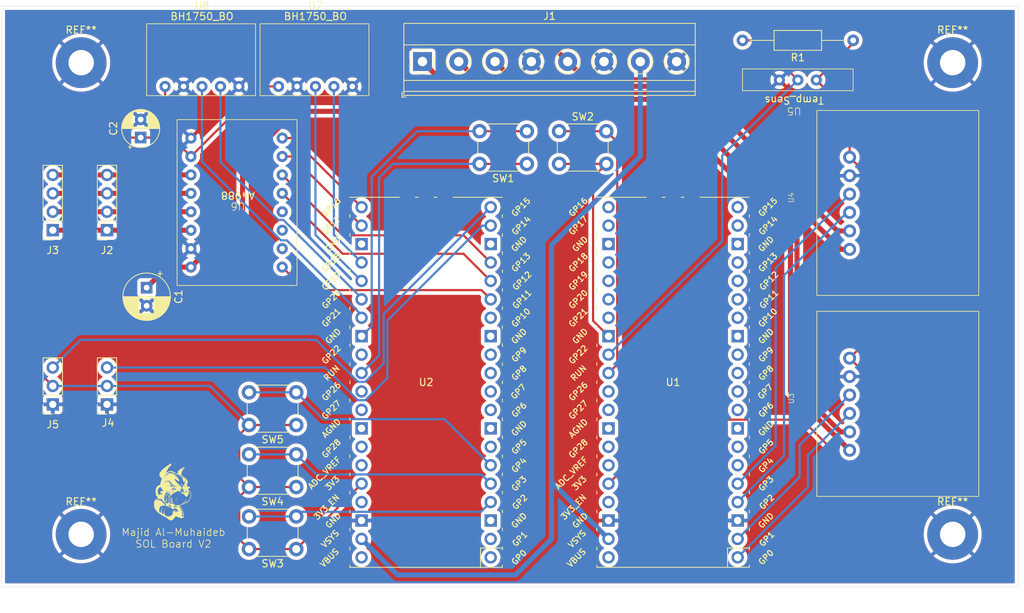
<source format=kicad_pcb>
(kicad_pcb (version 20240108) (generator "pcbnew") (generator_version "8.0")
  (title_block (title "SOL PCB") (date "2024-04-23") (rev "1"))
  (layers (0 "F.Cu" signal) (31 "B.Cu" signal) (34 "B.Paste" user) (35 "F.Paste" user) (36 "B.SilkS" user "B.Silkscreen") (37 "F.SilkS" user "F.Silkscreen") (38 "B.Mask" user) (39 "F.Mask" user) (44 "Edge.Cuts" user))
  (net 0 "")
  (net 1 "VCC")
  (net 2 "GND")
  (net 3 "3.3V_C")
  (net 4 "Vin_P-")
  (net 5 "Load+")
  (net 6 "Vin_P+")
  (net 7 "5V")
  (net 8 "Net-(J2-Pin_1)")
  (net 9 "Net-(J2-Pin_4)")
  (net 10 "Net-(J2-Pin_2)")
  (net 11 "Net-(J2-Pin_3)")
  (net 12 "Net-(J4-Pin_3)")
  (net 13 "Net-(J5-Pin_3)")
  (net 14 "3.3V_M")
  (net 15 "Net-(U1-GPIO22)")
  (net 16 "Net-(U2-RUN)")
  (net 17 "Net-(U1-RUN)")
  (net 18 "Net-(SW2-Pad2)")
  (net 19 "Net-(U2-GPIO2)")
  (net 20 "Net-(U2-GPIO3)")
  (net 21 "Net-(U2-GPIO4)")
  (net 27 "Net-(U1-GPIO2)")
  (net 35 "Net-(U1-GPIO3)")
  (net 40 "Net-(U1-GPIO1)")
  (net 50 "Net-(U1-GPIO0)")
  (net 56 "Net-(U2-GPIO13)")
  (net 59 "Net-(U2-GPIO19)")
  (net 62 "Net-(U2-GPIO17)")
  (net 65 "Net-(U2-GPIO12)")
  (net 66 "Net-(U2-GPIO21)")
  (net 67 "Net-(U2-GPIO16)")
  (net 68 "Net-(U2-GPIO20)")
  (net 71 "Net-(U2-GPIO18)")
  (net 73 "Net-(U2-GPIO11)")
  (net 88 "Net-(SW1-Pad2)")
  (footprint "Connector_PinSocket_2.54mm:PinSocket_1x04_P2.54mm_Vertical" (layer "F.Cu") (at 83.211 88.011 180)
    (property "Reference" "J3" (at 0 -2.77 180) (layer "F.SilkS"))
    (property "Value" "Motor Wires")
    (pad "1" thru_hole rect (at 0 0 180) (size 1.7 1.7) (drill 1) (layers "*.Cu" "*.Mask") (net 8 "Net-(J2-Pin_1)"))
    (pad "2" thru_hole oval (at 0 2.54 180) (size 1.7 1.7) (drill 1) (layers "*.Cu" "*.Mask") (net 10 "Net-(J2-Pin_2)"))
    (pad "3" thru_hole oval (at 0 5.08 180) (size 1.7 1.7) (drill 1) (layers "*.Cu" "*.Mask") (net 11 "Net-(J2-Pin_3)"))
    (pad "4" thru_hole oval (at 0 7.62 180) (size 1.7 1.7) (drill 1) (layers "*.Cu" "*.Mask") (net 9 "Net-(J2-Pin_4)"))
  )
  (footprint "SOL:BH1750" (layer "F.Cu") (at 111.76 69.469)
    (property "Reference" "U7" (at 7.62 -12.422 0) (layer "F.SilkS") (effects (font (thickness 0.1))))
    (property "Value" "BH1750_BO" (at 7.62 -10.922 0) (layer "F.SilkS"))
    (pad "1" thru_hole circle (at 2.54 -1.27) (size 1.524 1.524) (drill 0.762) (layers "*.Cu" "*.Mask") (net 3 "3.3V_C"))
    (pad "2" thru_hole circle (at 5.08 -1.27) (size 1.524 1.524) (drill 0.762) (layers "*.Cu" "*.Mask") (net 2 "GND"))
    (pad "3" thru_hole circle (at 7.62 -1.27) (size 1.524 1.524) (drill 0.762) (layers "*.Cu" "*.Mask") (net 59 "Net-(U2-GPIO19)"))
    (pad "4" thru_hole circle (at 10.16 -1.27) (size 1.524 1.524) (drill 0.762) (layers "*.Cu" "*.Mask") (net 71 "Net-(U2-GPIO18)"))
    (pad "5" thru_hole circle (at 12.7 -1.27) (size 1.524 1.524) (drill 0.762) (layers "*.Cu" "*.Mask") (net 2 "GND"))
  )
  (footprint "Adafruit_INA219_CurPowerMonitor:INA219_Breakout" (layer "F.Cu") (at 196.744 124.6895 90)
    (property "Reference" "U3" (at 12.7 -11.43 90) (layer "F.SilkS") (effects (font (size 0.73152 0.73152) (thickness 0.08128)) (justify left bottom)))
    (property "Value" "INA219")
    (pad "1" thru_hole circle (at 6.35 -3.81 180) (size 1.778 1.778) (drill 1) (layers "*.Cu" "*.Mask") (net 6 "Vin_P+"))
    (pad "2" thru_hole circle (at 8.89 -3.81 180) (size 1.778 1.778) (drill 1) (layers "*.Cu" "*.Mask") (net 4 "Vin_P-"))
    (pad "3" thru_hole circle (at 11.43 -3.81 180) (size 1.778 1.778) (drill 1) (layers "*.Cu" "*.Mask") (net 50 "Net-(U1-GPIO0)"))
    (pad "4" thru_hole circle (at 13.97 -3.81 180) (size 1.778 1.778) (drill 1) (layers "*.Cu" "*.Mask") (net 40 "Net-(U1-GPIO1)"))
    (pad "5" thru_hole circle (at 16.51 -3.81 180) (size 1.778 1.778) (drill 1) (layers "*.Cu" "*.Mask") (net 2 "GND"))
    (pad "6" thru_hole circle (at 19.05 -3.81 180) (size 1.778 1.778) (drill 1) (layers "*.Cu" "*.Mask") (net 14 "3.3V_M"))
  )
  (footprint "Button_Switch_THT:SW_PUSH_6mm_H4.3mm" (layer "F.Cu") (at 116.736 123.403 180)
    (property "Reference" "SW4" (at 3.25 -2 180) (layer "F.SilkS"))
    (property "Value" "Motor")
    (pad "1" thru_hole circle (at 0 0 270) (size 2 2) (drill 1.1) (layers "*.Cu" "*.Mask") (net 3 "3.3V_C"))
    (pad "1" thru_hole circle (at 6.5 0 270) (size 2 2) (drill 1.1) (layers "*.Cu" "*.Mask") (net 3 "3.3V_C"))
    (pad "2" thru_hole circle (at 0 4.5 270) (size 2 2) (drill 1.1) (layers "*.Cu" "*.Mask") (net 20 "Net-(U2-GPIO3)"))
    (pad "2" thru_hole circle (at 6.5 4.5 270) (size 2 2) (drill 1.1) (layers "*.Cu" "*.Mask") (net 20 "Net-(U2-GPIO3)"))
  )
  (footprint "SOL:Temp_Sensor" (layer "F.Cu") (at 193.421 65.786 180)
    (property "Reference" "U5" (at 8.128 -5.818 180) (layer "F.SilkS") (effects (font (thickness 0.1))))
    (property "Value" "Temp_Sens" (at 8.128 -4.318 180) (layer "F.SilkS"))
    (pad "1" thru_hole circle (at 5.08 -1.524 180) (size 1.524 1.524) (drill 0.762) (layers "*.Cu" "*.Mask") (net 14 "3.3V_M"))
    (pad "2" thru_hole circle (at 7.62 -1.524 180) (size 1.524 1.524) (drill 0.762) (layers "*.Cu" "*.Mask") (net 15 "Net-(U1-GPIO22)"))
    (pad "3" thru_hole circle (at 10.16 -1.524 180) (size 1.524 1.524) (drill 0.762) (layers "*.Cu" "*.Mask") (net 2 "GND"))
  )
  (footprint "MountingHole:MountingHole_3.5mm_Pad" (layer "F.Cu") (at 207.122 64.921)
    (property "Reference" "REF**" (at 0 -4.5 0) (layer "F.SilkS"))
    (property "Value" "MountingHole_3.5mm_Pad")
    (pad "1" thru_hole circle (at 0 0) (size 7 7) (drill 3.5) (layers "*.Cu" "*.Mask") (net 2 "GND"))
  )
  (footprint "SOL:BH1750" (layer "F.Cu") (at 96.139 69.469)
    (property "Reference" "U8" (at 7.62 -12.422 0) (layer "F.SilkS") (effects (font (thickness 0.1))))
    (property "Value" "BH1750_BO" (at 7.62 -10.922 0) (layer "F.SilkS"))
    (pad "1" thru_hole circle (at 2.54 -1.27) (size 1.524 1.524) (drill 0.762) (layers "*.Cu" "*.Mask") (net 3 "3.3V_C"))
    (pad "2" thru_hole circle (at 5.08 -1.27) (size 1.524 1.524) (drill 0.762) (layers "*.Cu" "*.Mask") (net 2 "GND"))
    (pad "3" thru_hole circle (at 7.62 -1.27) (size 1.524 1.524) (drill 0.762) (layers "*.Cu" "*.Mask") (net 66 "Net-(U2-GPIO21)"))
    (pad "4" thru_hole circle (at 10.16 -1.27) (size 1.524 1.524) (drill 0.762) (layers "*.Cu" "*.Mask") (net 68 "Net-(U2-GPIO20)"))
    (pad "5" thru_hole circle (at 12.7 -1.27) (size 1.524 1.524) (drill 0.762) (layers "*.Cu" "*.Mask") (net 2 "GND"))
  )
  (footprint "MountingHole:MountingHole_3.5mm_Pad" (layer "F.Cu") (at 207.122 129.921)
    (property "Reference" "REF**" (at 0 -4.5 0) (layer "F.SilkS"))
    (property "Value" "MountingHole_3.5mm_Pad")
    (pad "1" thru_hole circle (at 0 0) (size 7 7) (drill 3.5) (layers "*.Cu" "*.Mask") (net 2 "GND"))
  )
  (footprint "Capacitor_THT:CP_Radial_D5.0mm_P2.50mm" (layer "F.Cu") (at 95.314887 75.246111 90)
    (property "Reference" "C2" (at 1.25 -3.75 -90) (layer "F.SilkS"))
    (property "Value" "10uF")
    (pad "1" thru_hole rect (at 0 0 90) (size 1.6 1.6) (drill 0.8) (layers "*.Cu" "*.Mask") (net 3 "3.3V_C"))
    (pad "2" thru_hole circle (at 2.5 0 90) (size 1.6 1.6) (drill 0.8) (layers "*.Cu" "*.Mask") (net 2 "GND"))
  )
  (footprint "Connector_PinSocket_2.54mm:PinSocket_1x04_P2.54mm_Vertical" (layer "F.Cu") (at 90.678 88.011 180)
    (property "Reference" "J2" (at 0 -2.77 180) (layer "F.SilkS"))
    (property "Value" "Motor Wires")
    (pad "1" thru_hole rect (at 0 0 180) (size 1.7 1.7) (drill 1) (layers "*.Cu" "*.Mask") (net 8 "Net-(J2-Pin_1)"))
    (pad "2" thru_hole oval (at 0 2.54 180) (size 1.7 1.7) (drill 1) (layers "*.Cu" "*.Mask") (net 10 "Net-(J2-Pin_2)"))
    (pad "3" thru_hole oval (at 0 5.08 180) (size 1.7 1.7) (drill 1) (layers "*.Cu" "*.Mask") (net 11 "Net-(J2-Pin_3)"))
    (pad "4" thru_hole oval (at 0 7.62 180) (size 1.7 1.7) (drill 1) (layers "*.Cu" "*.Mask") (net 9 "Net-(J2-Pin_4)"))
  )
  (footprint "MountingHole:MountingHole_3.5mm_Pad" (layer "F.Cu") (at 87.122 64.921)
    (property "Reference" "REF**" (at 0 -4.5 0) (layer "F.SilkS"))
    (property "Value" "MountingHole_3.5mm_Pad")
    (pad "1" thru_hole circle (at 0 0) (size 7 7) (drill 3.5) (layers "*.Cu" "*.Mask") (net 2 "GND"))
  )
  (footprint "MountingHole:MountingHole_3.5mm_Pad" (layer "F.Cu") (at 87.122 129.921)
    (property "Reference" "REF**" (at 0 -4.5 0) (layer "F.SilkS"))
    (property "Value" "MountingHole_3.5mm_Pad")
    (pad "1" thru_hole circle (at 0 0) (size 7 7) (drill 3.5) (layers "*.Cu" "*.Mask") (net 2 "GND"))
  )
  (footprint "Button_Switch_THT:SW_PUSH_6mm_H4.3mm" (layer "F.Cu") (at 148.486 78.867 180)
    (property "Reference" "SW1" (at 3.25 -2 180) (layer "F.SilkS"))
    (property "Value" "Reset")
    (pad "1" thru_hole circle (at 0 0 270) (size 2 2) (drill 1.1) (layers "*.Cu" "*.Mask") (net 16 "Net-(U2-RUN)"))
    (pad "1" thru_hole circle (at 6.5 0 270) (size 2 2) (drill 1.1) (layers "*.Cu" "*.Mask") (net 16 "Net-(U2-RUN)"))
    (pad "2" thru_hole circle (at 0 4.5 270) (size 2 2) (drill 1.1) (layers "*.Cu" "*.Mask") (net 88 "Net-(SW1-Pad2)"))
    (pad "2" thru_hole circle (at 6.5 4.5 270) (size 2 2) (drill 1.1) (layers "*.Cu" "*.Mask") (net 88 "Net-(SW1-Pad2)"))
  )
  (footprint "SOL:A4988 Driver" (layer "F.Cu") (at 116.84 72.771 180)
    (property "Reference" "U6" (at 8.128 -11.938 180) (layer "F.SilkS") (effects (font (thickness 0.1))))
    (property "Value" "A4988" (at 8.128 -10.438 180) (layer "F.SilkS"))
    (pad "1" thru_hole circle (at 2.032 -20.32 180) (size 1.524 1.524) (drill 0.762) (layers "*.Cu" "*.Mask") (net 73 "Net-(U2-GPIO11)"))
    (pad "2" thru_hole circle (at 2.032 -17.78 180) (size 1.524 1.524) (drill 0.762) (layers "*.Cu" "*.Mask"))
    (pad "3" thru_hole circle (at 2.032 -15.24 180) (size 1.524 1.524) (drill 0.762) (layers "*.Cu" "*.Mask"))
    (pad "4" thru_hole circle (at 2.032 -12.7 180) (size 1.524 1.524) (drill 0.762) (layers "*.Cu" "*.Mask"))
    (pad "5" thru_hole circle (at 2.032 -10.16 180) (size 1.524 1.524) (drill 0.762) (layers "*.Cu" "*.Mask") (net 65 "Net-(U2-GPIO12)"))
    (pad "6" thru_hole circle (at 2.032 -7.62 180) (size 1.524 1.524) (drill 0.762) (layers "*.Cu" "*.Mask") (net 56 "Net-(U2-GPIO13)"))
    (pad "7" thru_hole circle (at 2.032 -5.08 180) (size 1.524 1.524) (drill 0.762) (layers "*.Cu" "*.Mask") (net 62 "Net-(U2-GPIO17)"))
    (pad "8" thru_hole circle (at 2.032 -2.54 180) (size 1.524 1.524) (drill 0.762) (layers "*.Cu" "*.Mask") (net 67 "Net-(U2-GPIO16)"))
    (pad "9" thru_hole circle (at 14.605 -20.32 180) (size 1.524 1.524) (drill 0.762) (layers "*.Cu" "*.Mask") (net 1 "VCC"))
    (pad "10" thru_hole circle (at 14.605 -17.78 180) (size 1.524 1.524) (drill 0.762) (layers "*.Cu" "*.Mask") (net 2 "GND"))
    (pad "11" thru_hole circle (at 14.605 -15.24 180) (size 1.524 1.524) (drill 0.762) (layers "*.Cu" "*.Mask") (net 8 "Net-(J2-Pin_1)"))
    (pad "12" thru_hole circle (at 14.605 -12.7 180) (size 1.524 1.524) (drill 0.762) (layers "*.Cu" "*.Mask") (net 10 "Net-(J2-Pin_2)"))
    (pad "13" thru_hole circle (at 14.605 -10.16 180) (size 1.524 1.524) (drill 0.762) (layers "*.Cu" "*.Mask") (net 11 "Net-(J2-Pin_3)"))
    (pad "14" thru_hole circle (at 14.605 -7.62 180) (size 1.524 1.524) (drill 0.762) (layers "*.Cu" "*.Mask") (net 9 "Net-(J2-Pin_4)"))
    (pad "15" thru_hole circle (at 14.605 -5.08 180) (size 1.524 1.524) (drill 0.762) (layers "*.Cu" "*.Mask") (net 3 "3.3V_C"))
    (pad "16" thru_hole circle (at 14.605 -2.54 180) (size 1.524 1.524) (drill 0.762) (layers "*.Cu" "*.Mask") (net 2 "GND"))
  )
  (footprint "Connector_PinSocket_2.54mm:PinSocket_1x03_P2.54mm_Vertical" (layer "F.Cu") (at 90.678 112.014 180)
    (property "Reference" "J4" (at -0.152 -2.555 180) (layer "F.SilkS"))
    (property "Value" "End Stop Socket")
    (pad "1" thru_hole rect (at 0 0 180) (size 1.7 1.7) (drill 1) (layers "*.Cu" "*.Mask") (net 2 "GND"))
    (pad "2" thru_hole oval (at 0 2.54 180) (size 1.7 1.7) (drill 1) (layers "*.Cu" "*.Mask") (net 3 "3.3V_C"))
    (pad "3" thru_hole oval (at 0 5.08 180) (size 1.7 1.7) (drill 1) (layers "*.Cu" "*.Mask") (net 12 "Net-(J4-Pin_3)"))
  )
  (footprint "Connector_PinSocket_2.54mm:PinSocket_1x03_P2.54mm_Vertical" (layer "F.Cu") (at 83.211 112.014 180)
    (property "Reference" "J5" (at 0 -2.77 180) (layer "F.SilkS"))
    (property "Value" "End Stop Socket")
    (pad "1" thru_hole rect (at 0 0 180) (size 1.7 1.7) (drill 1) (layers "*.Cu" "*.Mask") (net 2 "GND"))
    (pad "2" thru_hole oval (at 0 2.54 180) (size 1.7 1.7) (drill 1) (layers "*.Cu" "*.Mask") (net 3 "3.3V_C"))
    (pad "3" thru_hole oval (at 0 5.08 180) (size 1.7 1.7) (drill 1) (layers "*.Cu" "*.Mask") (net 13 "Net-(J5-Pin_3)"))
  )
  (footprint "Button_Switch_THT:SW_PUSH_6mm_H4.3mm" (layer "F.Cu") (at 116.736 131.953 180)
    (property "Reference" "SW3" (at 3.25 -2 180) (layer "F.SilkS"))
    (property "Value" "Motor")
    (pad "1" thru_hole circle (at 0 0 270) (size 2 2) (drill 1.1) (layers "*.Cu" "*.Mask") (net 3 "3.3V_C"))
    (pad "1" thru_hole circle (at 6.5 0 270) (size 2 2) (drill 1.1) (layers "*.Cu" "*.Mask") (net 3 "3.3V_C"))
    (pad "2" thru_hole circle (at 0 4.5 270) (size 2 2) (drill 1.1) (layers "*.Cu" "*.Mask") (net 19 "Net-(U2-GPIO2)"))
    (pad "2" thru_hole circle (at 6.5 4.5 270) (size 2 2) (drill 1.1) (layers "*.Cu" "*.Mask") (net 19 "Net-(U2-GPIO2)"))
  )
  (footprint "MCU_RaspberryPi_and_Boards:RPi_Pico_SMD_TH" (layer "F.Cu") (at 134.62 108.966 180)
    (property "Reference" "U2" (at 0 0 180) (layer "F.SilkS"))
    (property "Value" "Control")
    (fp_text user "GP18" (at 13.054 16.51 -135) (layer "F.SilkS") (effects (font (size 0.8 0.8))))
    (fp_text user "GP8" (at -12.8 1.27 -135) (layer "F.SilkS") (effects (font (size 0.8 0.8))))
    (fp_text user "GP16" (at 13.054 24.13 -135) (layer "F.SilkS") (effects (font (size 0.8 0.8))))
    (fp_text user "GP1" (at -12.9 -21.6 -135) (layer "F.SilkS") (effects (font (size 0.8 0.8))))
    (fp_text user "GND" (at 12.8 19.05 -135) (layer "F.SilkS") (effects (font (size 0.8 0.8))))
    (fp_text user "VBUS" (at 13.3 -24.2 -135) (layer "F.SilkS") (effects (font (size 0.8 0.8))))
    (fp_text user "GND" (at -12.8 19.05 -135) (layer "F.SilkS") (effects (font (size 0.8 0.8))))
    (fp_text user "GP15" (at -13.054 24.13 -135) (layer "F.SilkS") (effects (font (size 0.8 0.8))))
    (fp_text user "GP3" (at -12.8 -13.97 -135) (layer "F.SilkS") (effects (font (size 0.8 0.8))))
    (fp_text user "GP13" (at -13.054 16.51 -135) (layer "F.SilkS") (effects (font (size 0.8 0.8))))
    (fp_text user "GP11" (at -13.2 11.43 -135) (layer "F.SilkS") (effects (font (size 0.8 0.8))))
    (fp_text user "GP12" (at -13.2 13.97 -135) (layer "F.SilkS") (effects (font (size 0.8 0.8))))
    (fp_text user "ADC_VREF" (at 14 -12.5 -135) (layer "F.SilkS") (effects (font (size 0.8 0.8))))
    (fp_text user "GP2" (at -12.9 -16.51 -135) (layer "F.SilkS") (effects (font (size 0.8 0.8))))
    (fp_text user "GP6" (at -12.8 -3.81 -135) (layer "F.SilkS") (effects (font (size 0.8 0.8))))
    (fp_text user "GP0" (at -12.8 -24.13 -135) (layer "F.SilkS") (effects (font (size 0.8 0.8))))
    (fp_text user "GP28" (at 13.054 -9.144 -135) (layer "F.SilkS") (effects (font (size 0.8 0.8))))
    (fp_text user "GP17" (at 13.054 21.59 -135) (layer "F.SilkS") (effects (font (size 0.8 0.8))))
    (fp_text user "GND" (at -12.8 -6.35 -135) (layer "F.SilkS") (effects (font (size 0.8 0.8))))
    (fp_text user "RUN" (at 13 1.27 -135) (layer "F.SilkS") (effects (font (size 0.8 0.8))))
    (fp_text user "GP26" (at 13.054 -1.27 -135) (layer "F.SilkS") (effects (font (size 0.8 0.8))))
    (fp_text user "AGND" (at 13.054 -6.35 -135) (layer "F.SilkS") (effects (font (size 0.8 0.8))))
    (fp_text user "GP5" (at -12.8 -8.89 -135) (layer "F.SilkS") (effects (font (size 0.8 0.8))))
    (fp_text user "GP27" (at 13.054 -3.8 -135) (layer "F.SilkS") (effects (font (size 0.8 0.8))))
    (fp_text user "GP14" (at -13.1 21.59 -135) (layer "F.SilkS") (effects (font (size 0.8 0.8))))
    (fp_text user "GND" (at -12.8 6.35 -135) (layer "F.SilkS") (effects (font (size 0.8 0.8))))
    (fp_text user "GP4" (at -12.8 -11.43 -135) (layer "F.SilkS") (effects (font (size 0.8 0.8))))
    (fp_text user "GP10" (at -13.054 8.89 -135) (layer "F.SilkS") (effects (font (size 0.8 0.8))))
    (fp_text user "3V3_EN" (at 13.7 -17.2 -135) (layer "F.SilkS") (effects (font (size 0.8 0.8))))
    (fp_text user "VSYS" (at 13.2 -21.59 -135) (layer "F.SilkS") (effects (font (size 0.8 0.8))))
    (fp_text user "GND" (at 12.8 6.35 -135) (layer "F.SilkS") (effects (font (size 0.8 0.8))))
    (fp_text user "GP19" (at 13.054 13.97 -135) (layer "F.SilkS") (effects (font (size 0.8 0.8))))
    (fp_text user "GP7" (at -12.7 -1.3 -135) (layer "F.SilkS") (effects (font (size 0.8 0.8))))
    (fp_text user "GP20" (at 13.054 11.43 -135) (layer "F.SilkS") (effects (font (size 0.8 0.8))))
    (fp_text user "GND" (at 12.8 -19.05 -135) (layer "F.SilkS") (effects (font (size 0.8 0.8))))
    (fp_text user "GP9" (at -12.8 3.81 -135) (layer "F.SilkS") (effects (font (size 0.8 0.8))))
    (fp_text user "3V3" (at 12.9 -13.9 -135) (layer "F.SilkS") (effects (font (size 0.8 0.8))))
    (fp_text user "GP22" (at 13.054 3.81 -135) (layer "F.SilkS") (effects (font (size 0.8 0.8))))
    (fp_text user "GP21" (at 13.054 8.9 -135) (layer "F.SilkS") (effects (font (size 0.8 0.8))))
    (fp_text user "GND" (at -12.8 -19.05 -135) (layer "F.SilkS") (effects (font (size 0.8 0.8))))
    (pad "1" thru_hole oval (at -8.89 -24.13 180) (size 1.7 1.7) (drill 1.02) (layers "*.Cu" "*.Mask"))
    (pad "2" thru_hole oval (at -8.89 -21.59 180) (size 1.7 1.7) (drill 1.02) (layers "*.Cu" "*.Mask"))
    (pad "3" thru_hole rect (at -8.89 -19.05 180) (size 1.7 1.7) (drill 1.02) (layers "*.Cu" "*.Mask"))
    (pad "4" thru_hole oval (at -8.89 -16.51 180) (size 1.7 1.7) (drill 1.02) (layers "*.Cu" "*.Mask") (net 19 "Net-(U2-GPIO2)"))
    (pad "5" thru_hole oval (at -8.89 -13.97 180) (size 1.7 1.7) (drill 1.02) (layers "*.Cu" "*.Mask") (net 20 "Net-(U2-GPIO3)"))
    (pad "6" thru_hole oval (at -8.89 -11.43 180) (size 1.7 1.7) (drill 1.02) (layers "*.Cu" "*.Mask") (net 21 "Net-(U2-GPIO4)"))
    (pad "7" thru_hole oval (at -8.89 -8.89 180) (size 1.7 1.7) (drill 1.02) (layers "*.Cu" "*.Mask"))
    (pad "8" thru_hole rect (at -8.89 -6.35 180) (size 1.7 1.7) (drill 1.02) (layers "*.Cu" "*.Mask"))
    (pad "9" thru_hole oval (at -8.89 -3.81 180) (size 1.7 1.7) (drill 1.02) (layers "*.Cu" "*.Mask"))
    (pad "10" thru_hole oval (at -8.89 -1.27 180) (size 1.7 1.7) (drill 1.02) (layers "*.Cu" "*.Mask"))
    (pad "11" thru_hole oval (at -8.89 1.27 180) (size 1.7 1.7) (drill 1.02) (layers "*.Cu" "*.Mask"))
    (pad "12" thru_hole oval (at -8.89 3.81 180) (size 1.7 1.7) (drill 1.02) (layers "*.Cu" "*.Mask"))
    (pad "13" thru_hole rect (at -8.89 6.35 180) (size 1.7 1.7) (drill 1.02) (layers "*.Cu" "*.Mask"))
    (pad "14" thru_hole oval (at -8.89 8.89 180) (size 1.7 1.7) (drill 1.02) (layers "*.Cu" "*.Mask"))
    (pad "15" thru_hole oval (at -8.89 11.43 180) (size 1.7 1.7) (drill 1.02) (layers "*.Cu" "*.Mask") (net 73 "Net-(U2-GPIO11)"))
    (pad "16" thru_hole oval (at -8.89 13.97 180) (size 1.7 1.7) (drill 1.02) (layers "*.Cu" "*.Mask") (net 65 "Net-(U2-GPIO12)"))
    (pad "17" thru_hole oval (at -8.89 16.51 180) (size 1.7 1.7) (drill 1.02) (layers "*.Cu" "*.Mask") (net 56 "Net-(U2-GPIO13)"))
    (pad "18" thru_hole rect (at -8.89 19.05 180) (size 1.7 1.7) (drill 1.02) (layers "*.Cu" "*.Mask"))
    (pad "19" thru_hole oval (at -8.89 21.59 180) (size 1.7 1.7) (drill 1.02) (layers "*.Cu" "*.Mask") (net 12 "Net-(J4-Pin_3)"))
    (pad "20" thru_hole oval (at -8.89 24.13 180) (size 1.7 1.7) (drill 1.02) (layers "*.Cu" "*.Mask") (net 13 "Net-(J5-Pin_3)"))
    (pad "21" thru_hole oval (at 8.89 24.13 180) (size 1.7 1.7) (drill 1.02) (layers "*.Cu" "*.Mask") (net 67 "Net-(U2-GPIO16)"))
    (pad "22" thru_hole oval (at 8.89 21.59 180) (size 1.7 1.7) (drill 1.02) (layers "*.Cu" "*.Mask") (net 62 "Net-(U2-GPIO17)"))
    (pad "23" thru_hole rect (at 8.89 19.05 180) (size 1.7 1.7) (drill 1.02) (layers "*.Cu" "*.Mask"))
    (pad "24" thru_hole oval (at 8.89 16.51 180) (size 1.7 1.7) (drill 1.02) (layers "*.Cu" "*.Mask") (net 71 "Net-(U2-GPIO18)"))
    (pad "25" thru_hole oval (at 8.89 13.97 180) (size 1.7 1.7) (drill 1.02) (layers "*.Cu" "*.Mask") (net 59 "Net-(U2-GPIO19)"))
    (pad "26" thru_hole oval (at 8.89 11.43 180) (size 1.7 1.7) (drill 1.02) (layers "*.Cu" "*.Mask") (net 68 "Net-(U2-GPIO20)"))
    (pad "27" thru_hole oval (at 8.89 8.89 180) (size 1.7 1.7) (drill 1.02) (layers "*.Cu" "*.Mask") (net 66 "Net-(U2-GPIO21)"))
    (pad "28" thru_hole rect (at 8.89 6.35 180) (size 1.7 1.7) (drill 1.02) (layers "*.Cu" "*.Mask") (net 88 "Net-(SW1-Pad2)"))
    (pad "29" thru_hole oval (at 8.89 3.81 180) (size 1.7 1.7) (drill 1.02) (layers "*.Cu" "*.Mask"))
    (pad "30" thru_hole oval (at 8.89 1.27 180) (size 1.7 1.7) (drill 1.02) (layers "*.Cu" "*.Mask") (net 16 "Net-(U2-RUN)"))
    (pad "31" thru_hole oval (at 8.89 -1.27 180) (size 1.7 1.7) (drill 1.02) (layers "*.Cu" "*.Mask"))
    (pad "32" thru_hole oval (at 8.89 -3.81 180) (size 1.7 1.7) (drill 1.02) (layers "*.Cu" "*.Mask"))
    (pad "33" thru_hole rect (at 8.89 -6.35 180) (size 1.7 1.7) (drill 1.02) (layers "*.Cu" "*.Mask"))
    (pad "34" thru_hole oval (at 8.89 -8.89 180) (size 1.7 1.7) (drill 1.02) (layers "*.Cu" "*.Mask"))
    (pad "35" thru_hole oval (at 8.89 -11.43 180) (size 1.7 1.7) (drill 1.02) (layers "*.Cu" "*.Mask"))
    (pad "36" thru_hole oval (at 8.89 -13.97 180) (size 1.7 1.7) (drill 1.02) (layers "*.Cu" "*.Mask") (net 3 "3.3V_C"))
    (pad "37" thru_hole oval (at 8.89 -16.51 180) (size 1.7 1.7) (drill 1.02) (layers "*.Cu" "*.Mask"))
    (pad "38" thru_hole rect (at 8.89 -19.05 180) (size 1.7 1.7) (drill 1.02) (layers "*.Cu" "*.Mask") (net 2 "GND"))
    (pad "39" thru_hole oval (at 8.89 -21.59 180) (size 1.7 1.7) (drill 1.02) (layers "*.Cu" "*.Mask") (net 7 "5V"))
    (pad "40" thru_hole oval (at 8.89 -24.13 180) (size 1.7 1.7) (drill 1.02) (layers "*.Cu" "*.Mask"))
  )
  (footprint "Button_Switch_THT:SW_PUSH_6mm_H4.3mm" (layer "F.Cu") (at 116.736 114.853 180)
    (property "Reference" "SW5" (at 3.25 -2 180) (layer "F.SilkS"))
    (property "Value" "Motor")
    (pad "1" thru_hole circle (at 0 0 270) (size 2 2) (drill 1.1) (layers "*.Cu" "*.Mask") (net 3 "3.3V_C"))
    (pad "1" thru_hole circle (at 6.5 0 270) (size 2 2) (drill 1.1) (layers "*.Cu" "*.Mask") (net 3 "3.3V_C"))
    (pad "2" thru_hole circle (at 0 4.5 270) (size 2 2) (drill 1.1) (layers "*.Cu" "*.Mask") (net 21 "Net-(U2-GPIO4)"))
    (pad "2" thru_hole circle (at 6.5 4.5 270) (size 2 2) (drill 1.1) (layers "*.Cu" "*.Mask") (net 21 "Net-(U2-GPIO4)"))
  )
  (footprint "Graphics:Rhett" (layer "F.Cu") (at 99.695 124.079)
    (property "Reference" "G***" (at 0 0 0) (layer "F.SilkS") (effects (font (size 1.5 1.5) (thickness 0.3))))
    (property "Value" "LOGO" (hide yes))
  )
  (footprint "MCU_RaspberryPi_and_Boards:RPi_Pico_SMD_TH" (layer "F.Cu") (at 168.624 108.966 180)
    (property "Reference" "U1" (at 0 0 180) (layer "F.SilkS"))
    (property "Value" "Monitoring")
    (fp_text user "GP28" (at 13.054 -9.144 -135) (layer "F.SilkS") (effects (font (size 0.8 0.8))))
    (fp_text user "GND" (at 12.8 6.35 -135) (layer "F.SilkS") (effects (font (size 0.8 0.8))))
    (fp_text user "GP26" (at 13.054 -1.27 -135) (layer "F.SilkS") (effects (font (size 0.8 0.8))))
    (fp_text user "VBUS" (at 13.3 -24.2 -135) (layer "F.SilkS") (effects (font (size 0.8 0.8))))
    (fp_text user "GP0" (at -12.8 -24.13 -135) (layer "F.SilkS") (effects (font (size 0.8 0.8))))
    (fp_text user "GP21" (at 13.054 8.9 -135) (layer "F.SilkS") (effects (font (size 0.8 0.8))))
    (fp_text user "GP14" (at -13.1 21.59 -135) (layer "F.SilkS") (effects (font (size 0.8 0.8))))
    (fp_text user "GP3" (at -12.8 -13.97 -135) (layer "F.SilkS") (effects (font (size 0.8 0.8))))
    (fp_text user "GP9" (at -12.8 3.81 -135) (layer "F.SilkS") (effects (font (size 0.8 0.8))))
    (fp_text user "GP27" (at 13.054 -3.8 -135) (layer "F.SilkS") (effects (font (size 0.8 0.8))))
    (fp_text user "GP15" (at -13.054 24.13 -135) (layer "F.SilkS") (effects (font (size 0.8 0.8))))
    (fp_text user "GP16" (at 13.054 24.13 -135) (layer "F.SilkS") (effects (font (size 0.8 0.8))))
    (fp_text user "GP2" (at -12.9 -16.51 -135) (layer "F.SilkS") (effects (font (size 0.8 0.8))))
    (fp_text user "GP22" (at 13.054 3.81 -135) (layer "F.SilkS") (effects (font (size 0.8 0.8))))
    (fp_text user "GP5" (at -12.8 -8.89 -135) (layer "F.SilkS") (effects (font (size 0.8 0.8))))
    (fp_text user "GP11" (at -13.2 11.43 -135) (layer "F.SilkS") (effects (font (size 0.8 0.8))))
    (fp_text user "GP18" (at 13.054 16.51 -135) (layer "F.SilkS") (effects (font (size 0.8 0.8))))
    (fp_text user "GND" (at -12.8 -19.05 -135) (layer "F.SilkS") (effects (font (size 0.8 0.8))))
    (fp_text user "GND" (at -12.8 6.35 -135) (layer "F.SilkS") (effects (font (size 0.8 0.8))))
    (fp_text user "GP6" (at -12.8 -3.81 -135) (layer "F.SilkS") (effects (font (size 0.8 0.8))))
    (fp_text user "GND" (at 12.8 -19.05 -135) (layer "F.SilkS") (effects (font (size 0.8 0.8))))
    (fp_text user "GP20" (at 13.054 11.43 -135) (layer "F.SilkS") (effects (font (size 0.8 0.8))))
    (fp_text user "GND" (at -12.8 19.05 -135) (layer "F.SilkS") (effects (font (size 0.8 0.8))))
    (fp_text user "GP8" (at -12.8 1.27 -135) (layer "F.SilkS") (effects (font (size 0.8 0.8))))
    (fp_text user "3V3" (at 12.9 -13.9 -135) (layer "F.SilkS") (effects (font (size 0.8 0.8))))
    (fp_text user "GND" (at 12.8 19.05 -135) (layer "F.SilkS") (effects (font (size 0.8 0.8))))
    (fp_text user "GP10" (at -13.054 8.89 -135) (layer "F.SilkS") (effects (font (size 0.8 0.8))))
    (fp_text user "VSYS" (at 13.2 -21.59 -135) (layer "F.SilkS") (effects (font (size 0.8 0.8))))
    (fp_text user "GP17" (at 13.054 21.59 -135) (layer "F.SilkS") (effects (font (size 0.8 0.8))))
    (fp_text user "3V3_EN" (at 13.7 -17.2 -135) (layer "F.SilkS") (effects (font (size 0.8 0.8))))
    (fp_text user "GND" (at -12.8 -6.35 -135) (layer "F.SilkS") (effects (font (size 0.8 0.8))))
    (fp_text user "GP1" (at -12.9 -21.6 -135) (layer "F.SilkS") (effects (font (size 0.8 0.8))))
    (fp_text user "GP13" (at -13.054 16.51 -135) (layer "F.SilkS") (effects (font (size 0.8 0.8))))
    (fp_text user "RUN" (at 13 1.27 -135) (layer "F.SilkS") (effects (font (size 0.8 0.8))))
    (fp_text user "ADC_VREF" (at 14 -12.5 -135) (layer "F.SilkS") (effects (font (size 0.8 0.8))))
    (fp_text user "GP12" (at -13.2 13.97 -135) (layer "F.SilkS") (effects (font (size 0.8 0.8))))
    (fp_text user "GP4" (at -12.8 -11.43 -135) (layer "F.SilkS") (effects (font (size 0.8 0.8))))
    (fp_text user "AGND" (at 13.054 -6.35 -135) (layer "F.SilkS") (effects (font (size 0.8 0.8))))
    (fp_text user "GP19" (at 13.054 13.97 -135) (layer "F.SilkS") (effects (font (size 0.8 0.8))))
    (fp_text user "GP7" (at -12.7 -1.3 -135) (layer "F.SilkS") (effects (font (size 0.8 0.8))))
    (pad "1" thru_hole oval (at -8.89 -24.13 180) (size 1.7 1.7) (drill 1.02) (layers "*.Cu" "*.Mask") (net 50 "Net-(U1-GPIO0)"))
    (pad "2" thru_hole oval (at -8.89 -21.59 180) (size 1.7 1.7) (drill 1.02) (layers "*.Cu" "*.Mask") (net 40 "Net-(U1-GPIO1)"))
    (pad "3" thru_hole rect (at -8.89 -19.05 180) (size 1.7 1.7) (drill 1.02) (layers "*.Cu" "*.Mask") (net 2 "GND"))
    (pad "4" thru_hole oval (at -8.89 -16.51 180) (size 1.7 1.7) (drill 1.02) (layers "*.Cu" "*.Mask") (net 27 "Net-(U1-GPIO2)"))
    (pad "5" thru_hole oval (at -8.89 -13.97 180) (size 1.7 1.7) (drill 1.02) (layers "*.Cu" "*.Mask") (net 35 "Net-(U1-GPIO3)"))
    (pad "6" thru_hole oval (at -8.89 -11.43 180) (size 1.7 1.7) (drill 1.02) (layers "*.Cu" "*.Mask"))
    (pad "7" thru_hole oval (at -8.89 -8.89 180) (size 1.7 1.7) (drill 1.02) (layers "*.Cu" "*.Mask"))
    (pad "8" thru_hole rect (at -8.89 -6.35 180) (size 1.7 1.7) (drill 1.02) (layers "*.Cu" "*.Mask"))
    (pad "9" thru_hole oval (at -8.89 -3.81 180) (size 1.7 1.7) (drill 1.02) (layers "*.Cu" "*.Mask"))
    (pad "10" thru_hole oval (at -8.89 -1.27 180) (size 1.7 1.7) (drill 1.02) (layers "*.Cu" "*.Mask"))
    (pad "11" thru_hole oval (at -8.89 1.27 180) (size 1.7 1.7) (drill 1.02) (layers "*.Cu" "*.Mask"))
    (pad "12" thru_hole oval (at -8.89 3.81 180) (size 1.7 1.7) (drill 1.02) (layers "*.Cu" "*.Mask"))
    (pad "13" thru_hole rect (at -8.89 6.35 180) (size 1.7 1.7) (drill 1.02) (layers "*.Cu" "*.Mask"))
    (pad "14" thru_hole oval (at -8.89 8.89 180) (size 1.7 1.7) (drill 1.02) (layers "*.Cu" "*.Mask"))
    (pad "15" thru_hole oval (at -8.89 11.43 180) (size 1.7 1.7) (drill 1.02) (layers "*.Cu" "*.Mask"))
    (pad "16" thru_hole oval (at -8.89 13.97 180) (size 1.7 1.7) (drill 1.02) (layers "*.Cu" "*.Mask"))
    (pad "17" thru_hole oval (at -8.89 16.51 180) (size 1.7 1.7) (drill 1.02) (layers "*.Cu" "*.Mask"))
    (pad "18" thru_hole rect (at -8.89 19.05 180) (size 1.7 1.7) (drill 1.02) (layers "*.Cu" "*.Mask"))
    (pad "19" thru_hole oval (at -8.89 21.59 180) (size 1.7 1.7) (drill 1.02) (layers "*.Cu" "*.Mask"))
    (pad "20" thru_hole oval (at -8.89 24.13 180) (size 1.7 1.7) (drill 1.02) (layers "*.Cu" "*.Mask"))
    (pad "21" thru_hole oval (at 8.89 24.13 180) (size 1.7 1.7) (drill 1.02) (layers "*.Cu" "*.Mask"))
    (pad "22" thru_hole oval (at 8.89 21.59 180) (size 1.7 1.7) (drill 1.02) (layers "*.Cu" "*.Mask"))
    (pad "23" thru_hole rect (at 8.89 19.05 180) (size 1.7 1.7) (drill 1.02) (layers "*.Cu" "*.Mask"))
    (pad "24" thru_hole oval (at 8.89 16.51 180) (size 1.7 1.7) (drill 1.02) (layers "*.Cu" "*.Mask"))
    (pad "25" thru_hole oval (at 8.89 13.97 180) (size 1.7 1.7) (drill 1.02) (layers "*.Cu" "*.Mask"))
    (pad "26" thru_hole oval (at 8.89 11.43 180) (size 1.7 1.7) (drill 1.02) (layers "*.Cu" "*.Mask"))
    (pad "27" thru_hole oval (at 8.89 8.89 180) (size 1.7 1.7) (drill 1.02) (layers "*.Cu" "*.Mask"))
    (pad "28" thru_hole rect (at 8.89 6.35 180) (size 1.7 1.7) (drill 1.02) (layers "*.Cu" "*.Mask") (net 18 "Net-(SW2-Pad2)"))
    (pad "29" thru_hole oval (at 8.89 3.81 180) (size 1.7 1.7) (drill 1.02) (layers "*.Cu" "*.Mask") (net 15 "Net-(U1-GPIO22)"))
    (pad "30" thru_hole oval (at 8.89 1.27 180) (size 1.7 1.7) (drill 1.02) (layers "*.Cu" "*.Mask") (net 17 "Net-(U1-RUN)"))
    (pad "31" thru_hole oval (at 8.89 -1.27 180) (size 1.7 1.7) (drill 1.02) (layers "*.Cu" "*.Mask"))
    (pad "32" thru_hole oval (at 8.89 -3.81 180) (size 1.7 1.7) (drill 1.02) (layers "*.Cu" "*.Mask"))
    (pad "33" thru_hole rect (at 8.89 -6.35 180) (size 1.7 1.7) (drill 1.02) (layers "*.Cu" "*.Mask"))
    (pad "34" thru_hole oval (at 8.89 -8.89 180) (size 1.7 1.7) (drill 1.02) (layers "*.Cu" "*.Mask"))
    (pad "35" thru_hole oval (at 8.89 -11.43 180) (size 1.7 1.7) (drill 1.02) (layers "*.Cu" "*.Mask"))
    (pad "36" thru_hole oval (at 8.89 -13.97 180) (size 1.7 1.7) (drill 1.02) (layers "*.Cu" "*.Mask") (net 14 "3.3V_M"))
    (pad "37" thru_hole oval (at 8.89 -16.51 180) (size 1.7 1.7) (drill 1.02) (layers "*.Cu" "*.Mask"))
    (pad "38" thru_hole rect (at 8.89 -19.05 180) (size 1.7 1.7) (drill 1.02) (layers "*.Cu" "*.Mask") (net 2 "GND"))
    (pad "39" thru_hole oval (at 8.89 -21.59 180) (size 1.7 1.7) (drill 1.02) (layers "*.Cu" "*.Mask") (net 7 "5V"))
    (pad "40" thru_hole oval (at 8.89 -24.13 180) (size 1.7 1.7) (drill 1.02) (layers "*.Cu" "*.Mask"))
  )
  (footprint "Button_Switch_THT:SW_PUSH_6mm_H4.3mm" (layer "F.Cu") (at 152.931 74.367)
    (property "Reference" "SW2" (at 3.25 -2 0) (layer "F.SilkS"))
    (property "Value" "Reset")
    (pad "1" thru_hole circle (at 0 0 90) (size 2 2) (drill 1.1) (layers "*.Cu" "*.Mask") (net 17 "Net-(U1-RUN)"))
    (pad "1" thru_hole circle (at 6.5 0 90) (size 2 2) (drill 1.1) (layers "*.Cu" "*.Mask") (net 17 "Net-(U1-RUN)"))
    (pad "2" thru_hole circle (at 0 4.5 90) (size 2 2) (drill 1.1) (layers "*.Cu" "*.Mask") (net 18 "Net-(SW2-Pad2)"))
    (pad "2" thru_hole circle (at 6.5 4.5 90) (size 2 2) (drill 1.1) (layers "*.Cu" "*.Mask") (net 18 "Net-(SW2-Pad2)"))
  )
  (footprint "Capacitor_THT:CP_Radial_D6.3mm_P2.50mm" (layer "F.Cu") (at 96.139 95.925 -90)
    (property "Reference" "C1" (at 1.25 -4.4 90) (layer "F.SilkS"))
    (property "Value" "100uF")
    (pad "1" thru_hole rect (at 0 0 270) (size 1.6 1.6) (drill 0.8) (layers "*.Cu" "*.Mask") (net 1 "VCC"))
    (pad "2" thru_hole circle (at 2.5 0 270) (size 1.6 1.6) (drill 0.8) (layers "*.Cu" "*.Mask") (net 2 "GND"))
  )
  (footprint "TerminalBlock_Phoenix:TerminalBlock_Phoenix_MKDS-1,5-8_1x08_P5.00mm_Horizontal" (layer "F.Cu") (at 134.113 64.77)
    (property "Reference" "J1" (at 17.5 -6.26 0) (layer "F.SilkS"))
    (property "Value" "External Interface")
    (pad "1" thru_hole rect (at 0 0) (size 2.6 2.6) (drill 1.3) (layers "*.Cu" "*.Mask") (net 6 "Vin_P+"))
    (pad "2" thru_hole circle (at 5 0) (size 2.6 2.6) (drill 1.3) (layers "*.Cu" "*.Mask") (net 4 "Vin_P-"))
    (pad "3" thru_hole circle (at 10 0) (size 2.6 2.6) (drill 1.3) (layers "*.Cu" "*.Mask") (net 5 "Load+"))
    (pad "4" thru_hole circle (at 15 0) (size 2.6 2.6) (drill 1.3) (layers "*.Cu" "*.Mask") (net 2 "GND"))
    (pad "5" thru_hole circle (at 20 0) (size 2.6 2.6) (drill 1.3) (layers "*.Cu" "*.Mask") (net 1 "VCC"))
    (pad "6" thru_hole circle (at 25 0) (size 2.6 2.6) (drill 1.3) (layers "*.Cu" "*.Mask") (net 2 "GND"))
    (pad "7" thru_hole circle (at 30 0) (size 2.6 2.6) (drill 1.3) (layers "*.Cu" "*.Mask") (net 7 "5V"))
    (pad "8" thru_hole circle (at 35 0) (size 2.6 2.6) (drill 1.3) (layers "*.Cu" "*.Mask") (net 2 "GND"))
  )
  (footprint "Resistor_THT:R_Axial_DIN0207_L6.3mm_D2.5mm_P15.24mm_Horizontal" (layer "F.Cu") (at 193.421 61.849 180)
    (property "Reference" "R1" (at 7.62 -2.37 180) (layer "F.SilkS"))
    (property "Value" "4.7k")
    (pad "1" thru_hole circle (at 0 0 180) (size 1.6 1.6) (drill 0.8) (layers "*.Cu" "*.Mask") (net 14 "3.3V_M"))
    (pad "2" thru_hole oval (at 15.24 0 180) (size 1.6 1.6) (drill 0.8) (layers "*.Cu" "*.Mask") (net 15 "Net-(U1-GPIO22)"))
  )
  (footprint "Adafruit_INA219_CurPowerMonitor:INA219_Breakout" (layer "F.Cu") (at 196.744 97.0035 90)
    (property "Reference" "U4" (at 12.7 -11.43 90) (layer "F.SilkS") (effects (font (size 0.73152 0.73152) (thickness 0.08128)) (justify left bottom)))
    (property "Value" "INA219")
    (pad "1" thru_hole circle (at 6.35 -3.81 180) (size 1.778 1.778) (drill 1) (layers "*.Cu" "*.Mask") (net 5 "Load+"))
    (pad "2" thru_hole circle (at 8.89 -3.81 180) (size 1.778 1.778) (drill 1) (layers "*.Cu" "*.Mask") (net 1 "VCC"))
    (pad "3" thru_hole circle (at 11.43 -3.81 180) (size 1.778 1.778) (drill 1) (layers "*.Cu" "*.Mask") (net 27 "Net-(U1-GPIO2)"))
    (pad "4" thru_hole circle (at 13.97 -3.81 180) (size 1.778 1.778) (drill 1) (layers "*.Cu" "*.Mask") (net 35 "Net-(U1-GPIO3)"))
    (pad "5" thru_hole circle (at 16.51 -3.81 180) (size 1.778 1.778) (drill 1) (layers "*.Cu" "*.Mask") (net 2 "GND"))
    (pad "6" thru_hole circle (at 19.05 -3.81 180) (size 1.778 1.778) (drill 1) (layers "*.Cu" "*.Mask") (net 14 "3.3V_M"))
  )
  (gr_rect (start 76.154 57.16) (end 216.154 137.16) (stroke (width 0.05)) (fill none) (layer "Edge.Cuts"))
  (gr_text "Majid Al-Muhaideb\nSOL Board V2" (at 99.822 131.826 0) (layer "F.SilkS") (effects (font (size 1 1) (thickness 0.1)) (justify bottom)))
  (segment (start 156.62 67.277) (end 170.401 67.277) (width 0.7) (layer "F.Cu") (net 1))
  (segment (start 109.347 78.867) (end 116.586 71.628) (width 0.7) (layer "F.Cu") (net 1))
  (segment (start 102.235 93.091) (end 109.347 85.979) (width 0.7) (layer "F.Cu") (net 1))
  (segment (start 154.113 64.77) (end 156.62 67.277) (width 0.7) (layer "F.Cu") (net 1))
  (segment (start 123.571 71.628) (end 133.35 61.849) (width 0.7) (layer "F.Cu") (net 1))
  (segment (start 109.347 85.979) (end 109.347 78.867) (width 0.7) (layer "F.Cu") (net 1))
  (segment (start 116.586 71.628) (end 123.571 71.628) (width 0.7) (layer "F.Cu") (net 1))
  (segment (start 98.973 93.091) (end 96.139 95.925) (width 0.7) (layer "F.Cu") (net 1))
  (segment (start 191.2375 88.1135) (end 192.934 88.1135) (width 0.7) (layer "F.Cu") (net 1))
  (segment (start 170.401 67.277) (end 191.2375 88.1135) (width 0.7) (layer "F.Cu") (net 1))
  (segment (start 151.192 61.849) (end 154.113 64.77) (width 0.7) (layer "F.Cu") (net 1))
  (segment (start 133.35 61.849) (end 151.192 61.849) (width 0.7) (layer "F.Cu") (net 1))
  (segment (start 102.235 93.091) (end 98.973 93.091) (width 0.7) (layer "F.Cu") (net 1))
  (segment (start 110.236 114.853) (end 116.736 114.853) (width 0.3) (layer "F.Cu") (net 3))
  (segment (start 110.236 131.953) (end 116.736 131.953) (width 0.3) (layer "F.Cu") (net 3))
  (segment (start 110.236 114.853) (end 108.886 116.203) (width 0.3) (layer "F.Cu") (net 3))
  (segment (start 125.73 122.959) (end 125.73 122.936) (width 0.3) (layer "F.Cu") (net 3))
  (segment (start 110.236 123.403) (end 116.736 123.403) (width 0.3) (layer "F.Cu") (net 3))
  (segment (start 111.887 68.199) (end 102.235 77.851) (width 0.3) (layer "F.Cu") (net 3))
  (segment (start 85.027889 75.246111) (end 81.28 78.994) (width 0.3) (layer "F.Cu") (net 3))
  (segment (start 108.886 122.053) (end 110.236 123.403) (width 0.3) (layer "F.Cu") (net 3))
  (segment (start 95.314887 75.246111) (end 99.630111 75.246111) (width 0.3) (layer "F.Cu") (net 3))
  (segment (start 81.28 107.543) (end 83.211 109.474) (width 0.3) (layer "F.Cu") (net 3))
  (segment (start 81.28 78.994) (end 81.28 107.543) (width 0.3) (layer "F.Cu") (net 3))
  (segment (start 108.886 124.753) (end 108.886 130.603) (width 0.3) (layer "F.Cu") (net 3))
  (segment (start 98.679 68.199) (end 98.679 74.295) (width 0.3) (layer "F.Cu") (net 3))
  (segment (start 110.236 123.403) (end 108.886 124.753) (width 0.3) (layer "F.Cu") (net 3))
  (segment (start 95.314887 75.246111) (end 85.027889 75.246111) (width 0.3) (layer "F.Cu") (net 3))
  (segment (start 114.3 68.199) (end 111.887 68.199) (width 0.3) (layer "F.Cu") (net 3))
  (segment (start 108.886 116.203) (end 108.886 122.053) (width 0.3) (layer "F.Cu") (net 3))
  (segment (start 99.630111 75.246111) (end 102.235 77.851) (width 0.3) (layer "F.Cu") (net 3))
  (segment (start 98.679 74.295) (end 99.630111 75.246111) (width 0.3) (layer "F.Cu") (net 3))
  (segment (start 108.886 130.603) (end 110.236 131.953) (width 0.3) (layer "F.Cu") (net 3))
  (segment (start 116.736 131.953) (end 125.73 122.959) (width 0.3) (layer "F.Cu") (net 3))
  (segment (start 90.678 109.474) (end 104.857 109.474) (width 0.3) (layer "B.Cu") (net 3))
  (segment (start 104.857 109.474) (end 110.236 114.853) (width 0.3) (layer "B.Cu") (net 3))
  (segment (start 83.211 109.474) (end 90.678 109.474) (width 0.3) (layer "B.Cu") (net 3))
  (segment (start 191.666792 115.7995) (end 192.934 115.7995) (width 0.7) (layer "F.Cu") (net 4))
  (segment (start 167.629 69.077) (end 185.685 87.133) (width 0.7) (layer "F.Cu") (net 4))
  (segment (start 143.42 69.077) (end 167.629 69.077) (width 0.7) (layer "F.Cu") (net 4))
  (segment (start 139.113 64.77) (end 143.42 69.077) (width 0.7) (layer "F.Cu") (net 4))
  (segment (start 185.685 87.133) (end 185.685 109.817708) (width 0.7) (layer "F.Cu") (net 4))
  (segment (start 185.685 109.817708) (end 191.666792 115.7995) (width 0.7) (layer "F.Cu") (net 4))
  (segment (start 144.113 64.77) (end 147.52 68.177) (width 0.7) (layer "F.Cu") (net 5))
  (segment (start 147.52 68.177) (end 169.269 68.177) (width 0.7) (layer "F.Cu") (net 5))
  (segment (start 169.269 68.177) (end 191.7455 90.6535) (width 0.7) (layer "F.Cu") (net 5))
  (segment (start 191.7455 90.6535) (end 192.934 90.6535) (width 0.7) (layer "F.Cu") (net 5))
  (segment (start 184.785 88.392) (end 184.785 110.1905) (width 0.7) (layer "F.Cu") (net 6))
  (segment (start 166.37 69.977) (end 184.785 88.392) (width 0.7) (layer "F.Cu") (net 6))
  (segment (start 184.785 110.1905) (end 192.934 118.3395) (width 0.7) (layer "F.Cu") (net 6))
  (segment (start 139.32 69.977) (end 166.37 69.977) (width 0.7) (layer "F.Cu") (net 6))
  (segment (start 134.113 64.77) (end 139.32 69.977) (width 0.7) (layer "F.Cu") (net 6))
  (segment (start 151.892 130.556) (end 151.892 122.714) (width 0.7) (layer "B.Cu") (net 7))
  (segment (start 125.73 130.556) (end 130.683 135.509) (width 0.7) (layer "B.Cu") (net 7))
  (segment (start 146.939 135.509) (end 151.892 130.556) (width 0.7) (layer "B.Cu") (net 7))
  (segment (start 130.683 135.509) (end 146.939 135.509) (width 0.7) (layer "B.Cu") (net 7))
  (segment (start 151.892 122.714) (end 159.734 130.556) (width 0.7) (layer "B.Cu") (net 7))
  (segment (start 151.892 90.043) (end 151.892 122.714) (width 0.7) (layer "B.Cu") (net 7))
  (segment (start 164.113 77.822) (end 151.892 90.043) (width 0.7) (layer "B.Cu") (net 7))
  (segment (start 164.113 64.77) (end 164.113 77.822) (width 0.7) (layer "B.Cu") (net 7))
  (segment (start 83.312 88.011) (end 90.068 88.011) (width 0.7) (layer "F.Cu") (net 8))
  (segment (start 90.068 88.011) (end 102.235 88.011) (width 0.7) (layer "F.Cu") (net 8))
  (segment (start 83.312 80.391) (end 90.068 80.391) (width 0.7) (layer "F.Cu") (net 9))
  (segment (start 90.068 80.391) (end 102.235 80.391) (width 0.7) (layer "F.Cu") (net 9))
  (segment (start 83.312 85.471) (end 90.068 85.471) (width 0.7) (layer "F.Cu") (net 10))
  (segment (start 90.068 85.471) (end 102.235 85.471) (width 0.7) (layer "F.Cu") (net 10))
  (segment (start 83.312 82.931) (end 90.068 82.931) (width 0.7) (layer "F.Cu") (net 11))
  (segment (start 90.068 82.931) (end 102.235 82.931) (width 0.7) (layer "F.Cu") (net 11))
  (segment (start 126.227057 111.436) (end 129.278 108.385057) (width 0.3) (layer "B.Cu") (net 12))
  (segment (start 142.367 87.376) (end 143.51 87.376) (width 0.3) (layer "B.Cu") (net 12))
  (segment (start 125.232943 111.436) (end 126.227057 111.436) (width 0.3) (layer "B.Cu") (net 12))
  (segment (start 90.678 106.934) (end 120.730943 106.934) (width 0.3) (layer "B.Cu") (net 12))
  (segment (start 120.730943 106.934) (end 125.232943 111.436) (width 0.3) (layer "B.Cu") (net 12))
  (segment (start 129.278 100.465) (end 142.367 87.376) (width 0.3) (layer "B.Cu") (net 12))
  (segment (start 129.278 108.385057) (end 129.278 100.465) (width 0.3) (layer "B.Cu") (net 12))
  (segment (start 128.778 106.345057) (end 126.227057 108.896) (width 0.3) (layer "B.Cu") (net 13))
  (segment (start 143.51 84.836) (end 128.778 99.568) (width 0.3) (layer "B.Cu") (net 13))
  (segment (start 125.232943 108.896) (end 119.460943 103.124) (width 0.3) (layer "B.Cu") (net 13))
  (segment (start 87.021 103.124) (end 83.211 106.934) (width 0.3) (layer "B.Cu") (net 13))
  (segment (start 128.778 99.568) (end 128.778 106.345057) (width 0.3) (layer "B.Cu") (net 13))
  (segment (start 126.227057 108.896) (end 125.232943 108.896) (width 0.3) (layer "B.Cu") (net 13))
  (segment (start 119.460943 103.124) (end 87.021 103.124) (width 0.3) (layer "B.Cu") (net 13))
  (segment (start 195.072 80.0915) (end 192.934 77.9535) (width 0.3) (layer "F.Cu") (net 14))
  (segment (start 193.421 62.23) (end 193.421 61.849) (width 0.3) (layer "F.Cu") (net 14))
  (segment (start 168.554 114.116) (end 186.379 114.116) (width 0.3) (layer "F.Cu") (net 14))
  (segment (start 188.341 67.31) (end 193.421 62.23) (width 0.3) (layer "F.Cu") (net 14))
  (segment (start 194.691 107.3965) (end 192.934 105.6395) (width 0.3) (layer "F.Cu") (net 14))
  (segment (start 192.934 77.9535) (end 192.934 71.903) (width 0.3) (layer "F.Cu") (net 14))
  (segment (start 186.379 114.116) (end 192.151 119.888) (width 0.3) (layer "F.Cu") (net 14))
  (segment (start 194.691 119.507) (end 194.691 107.3965) (width 0.3) (layer "F.Cu") (net 14))
  (segment (start 159.734 122.936) (end 168.554 114.116) (width 0.3) (layer "F.Cu") (net 14))
  (segment (start 195.072 103.5015) (end 195.072 80.0915) (width 0.3) (layer "F.Cu") (net 14))
  (segment (start 192.934 71.903) (end 188.341 67.31) (width 0.3) (layer "F.Cu") (net 14))
  (segment (start 192.934 105.6395) (end 195.072 103.5015) (width 0.3) (layer "F.Cu") (net 14))
  (segment (start 194.31 119.888) (end 194.691 119.507) (width 0.3) (layer "F.Cu") (net 14))
  (segment (start 192.151 119.888) (end 194.31 119.888) (width 0.3) (layer "F.Cu") (net 14))
  (segment (start 178.181 61.849) (end 180.34 61.849) (width 0.3) (layer "F.Cu") (net 15))
  (segment (start 180.34 61.849) (end 185.801 67.31) (width 0.3) (layer "F.Cu") (net 15))
  (segment (start 159.734 105.156) (end 175.387 89.503) (width 0.3) (layer "B.Cu") (net 15))
  (segment (start 175.387 77.724) (end 185.801 67.31) (width 0.3) (layer "B.Cu") (net 15))
  (segment (start 175.387 89.503) (end 175.387 77.724) (width 0.3) (layer "B.Cu") (net 15))
  (segment (start 148.486 78.867) (end 141.986 78.867) (width 0.3) (layer "F.Cu") (net 16))
  (segment (start 128.143 105.283) (end 125.73 107.696) (width 0.3) (layer "B.Cu") (net 16))
  (segment (start 130.048 78.867) (end 128.143 80.772) (width 0.3) (layer "B.Cu") (net 16))
  (segment (start 128.143 80.772) (end 128.143 105.283) (width 0.3) (layer "B.Cu") (net 16))
  (segment (start 141.986 78.867) (end 130.048 78.867) (width 0.3) (layer "B.Cu") (net 16))
  (segment (start 152.931 74.367) (end 159.431 74.367) (width 0.3) (layer "F.Cu") (net 17))
  (segment (start 160.934 106.496) (end 159.734 107.696) (width 0.3) (layer "F.Cu") (net 17))
  (segment (start 160.934 75.87) (end 160.934 106.496) (width 0.3) (layer "F.Cu") (net 17))
  (segment (start 159.431 74.367) (end 160.934 75.87) (width 0.3) (layer "F.Cu") (net 17))
  (segment (start 157.607 80.691) (end 157.607 100.489) (width 0.3) (layer "F.Cu") (net 18))
  (segment (start 152.931 78.867) (end 159.431 78.867) (width 0.3) (layer "F.Cu") (net 18))
  (segment (start 157.607 100.489) (end 159.734 102.616) (width 0.3) (layer "F.Cu") (net 18))
  (segment (start 159.431 78.867) (end 157.607 80.691) (width 0.3) (layer "F.Cu") (net 18))
  (segment (start 110.236 127.453) (end 116.736 127.453) (width 0.3) (layer "B.Cu") (net 19))
  (segment (start 116.736 127.453) (end 117.373 126.816) (width 0.3) (layer "B.Cu") (net 19))
  (segment (start 142.17 126.816) (end 143.51 125.476) (width 0.3) (layer "B.Cu") (net 19))
  (segment (start 117.373 126.816) (end 142.17 126.816) (width 0.3) (layer "B.Cu") (net 19))
  (segment (start 119.499 121.666) (end 142.24 121.666) (width 0.3) (layer "B.Cu") (net 20))
  (segment (start 110.236 118.903) (end 116.736 118.903) (width 0.3) (layer "B.Cu") (net 20))
  (segment (start 116.736 118.903) (end 119.499 121.666) (width 0.3) (layer "B.Cu") (net 20))
  (segment (start 142.24 121.666) (end 143.51 122.936) (width 0.3) (layer "B.Cu") (net 20))
  (segment (start 116.736 110.353) (end 120.429 114.046) (width 0.3) (layer "B.Cu") (net 21))
  (segment (start 110.236 110.353) (end 116.736 110.353) (width 0.3) (layer "B.Cu") (net 21))
  (segment (start 137.16 114.046) (end 143.51 120.396) (width 0.3) (layer "B.Cu") (net 21))
  (segment (start 120.429 114.046) (end 137.16 114.046) (width 0.3) (layer "B.Cu") (net 21))
  (segment (start 183.896 94.234) (end 183.896 119.094) (width 0.3) (layer "B.Cu") (net 27))
  (segment (start 192.934 85.5735) (end 192.5565 85.5735) (width 0.3) (layer "B.Cu") (net 27))
  (segment (start 183.896 119.094) (end 177.514 125.476) (width 0.3) (layer "B.Cu") (net 27))
  (segment (start 192.5565 85.5735) (end 183.896 94.234) (width 0.3) (layer "B.Cu") (net 27))
  (segment (start 192.934 83.0335) (end 182.753 93.2145) (width 0.3) (layer "B.Cu") (net 35))
  (segment (start 182.753 117.697) (end 177.514 122.936) (width 0.3) (layer "B.Cu") (net 35))
  (segment (start 182.753 93.2145) (end 182.753 117.697) (width 0.3) (layer "B.Cu") (net 35))
  (segment (start 192.934 110.7195) (end 186.055 117.5985) (width 0.3) (layer "B.Cu") (net 40))
  (segment (start 186.055 122.015) (end 177.514 130.556) (width 0.3) (layer "B.Cu") (net 40))
  (segment (start 186.055 117.5985) (end 186.055 122.015) (width 0.3) (layer "B.Cu") (net 40))
  (segment (start 187.198 123.412) (end 177.514 133.096) (width 0.3) (layer "B.Cu") (net 50))
  (segment (start 187.198 118.9955) (end 187.198 123.412) (width 0.3) (layer "B.Cu") (net 50))
  (segment (start 192.934 113.2595) (end 187.198 118.9955) (width 0.3) (layer "B.Cu") (net 50))
  (segment (start 139.77 88.716) (end 143.51 92.456) (width 0.3) (layer "F.Cu") (net 56))
  (segment (start 123.133 88.716) (end 139.77 88.716) (width 0.3) (layer "F.Cu") (net 56))
  (segment (start 114.808 80.391) (end 123.133 88.716) (width 0.3) (layer "F.Cu") (net 56))
  (segment (start 119.38 88.646) (end 119.38 68.199) (width 0.3) (layer "B.Cu") (net 59))
  (segment (start 125.73 94.996) (end 119.38 88.646) (width 0.3) (layer "B.Cu") (net 59))
  (segment (start 114.808 77.851) (end 116.205 77.851) (width 0.3) (layer "F.Cu") (net 62))
  (segment (start 116.205 77.851) (end 125.73 87.376) (width 0.3) (layer "F.Cu") (net 62))
  (segment (start 123.133 91.256) (end 139.77 91.256) (width 0.3) (layer "F.Cu") (net 65))
  (segment (start 114.808 82.931) (end 123.133 91.256) (width 0.3) (layer "F.Cu") (net 65))
  (segment (start 139.77 91.256) (end 143.51 94.996) (width 0.3) (layer "F.Cu") (net 65))
  (segment (start 125.73 99.695) (end 125.73 100.076) (width 0.3) (layer "B.Cu") (net 66))
  (segment (start 114.632394 89.408) (end 115.443 89.408) (width 0.3) (layer "B.Cu") (net 66))
  (segment (start 103.759 68.199) (end 103.759 78.534606) (width 0.3) (layer "B.Cu") (net 66))
  (segment (start 103.759 78.534606) (end 114.632394 89.408) (width 0.3) (layer "B.Cu") (net 66))
  (segment (start 115.443 89.408) (end 125.73 99.695) (width 0.3) (layer "B.Cu") (net 66))
  (segment (start 116.205 75.311) (end 125.73 84.836) (width 0.3) (layer "F.Cu") (net 67))
  (segment (start 114.808 75.311) (end 116.205 75.311) (width 0.3) (layer "F.Cu") (net 67))
  (segment (start 114.952606 86.583) (end 114.269 86.583) (width 0.3) (layer "B.Cu") (net 68))
  (segment (start 114.269 86.583) (end 106.299 78.613) (width 0.3) (layer "B.Cu") (net 68))
  (segment (start 106.299 78.613) (end 106.299 68.199) (width 0.3) (layer "B.Cu") (net 68))
  (segment (start 125.73 97.536) (end 125.73 97.360394) (width 0.3) (layer "B.Cu") (net 68))
  (segment (start 125.73 97.360394) (end 114.952606 86.583) (width 0.3) (layer "B.Cu") (net 68))
  (segment (start 121.92 68.199) (end 121.92 88.646) (width 0.3) (layer "B.Cu") (net 71))
  (segment (start 121.92 88.646) (end 125.73 92.456) (width 0.3) (layer "B.Cu") (net 71))
  (segment (start 142.24 96.266) (end 143.51 97.536) (width 0.3) (layer "F.Cu") (net 73))
  (segment (start 114.808 93.091) (end 117.983 96.266) (width 0.3) (layer "F.Cu") (net 73))
  (segment (start 117.983 96.266) (end 142.24 96.266) (width 0.3) (layer "F.Cu") (net 73))
  (segment (start 141.986 74.367) (end 148.486 74.367) (width 0.3) (layer "F.Cu") (net 88))
  (segment (start 125.73 102.616) (end 127.127 101.219) (width 0.3) (layer "B.Cu") (net 88))
  (segment (start 127.127 80.645) (end 133.405 74.367) (width 0.3) (layer "B.Cu") (net 88))
  (segment (start 127.127 101.219) (end 127.127 80.645) (width 0.3) (layer "B.Cu") (net 88))
  (segment (start 133.405 74.367) (end 141.986 74.367) (width 0.3) (layer "B.Cu") (net 88))
  (zone (net 2) (net_name "GND") (layers "F&B.Cu") (connect_pads (clearance 0.5)) (min_thickness 0.25) (fill yes (thermal_gap 0.5) (thermal_bridge_width 0.5))
    (polygon (pts (xy 75.946 56.896) (xy 75.946 137.033) (xy 216.281 137.16) (xy 216.281 56.642)))
  )
)
</source>
